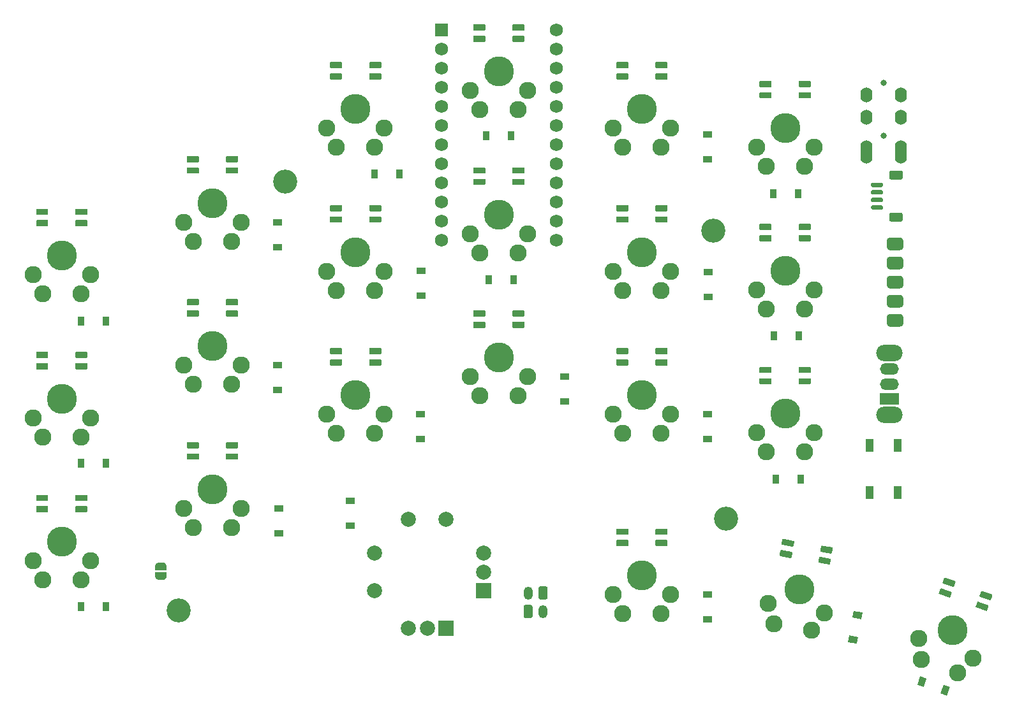
<source format=gbr>
%TF.GenerationSoftware,KiCad,Pcbnew,(5.1.10)-1*%
%TF.CreationDate,2021-12-15T17:12:06-08:00*%
%TF.ProjectId,luakeeb,6c75616b-6565-4622-9e6b-696361645f70,rev?*%
%TF.SameCoordinates,Original*%
%TF.FileFunction,Soldermask,Top*%
%TF.FilePolarity,Negative*%
%FSLAX46Y46*%
G04 Gerber Fmt 4.6, Leading zero omitted, Abs format (unit mm)*
G04 Created by KiCad (PCBNEW (5.1.10)-1) date 2021-12-15 17:12:06*
%MOMM*%
%LPD*%
G01*
G04 APERTURE LIST*
%ADD10O,3.500000X2.200000*%
%ADD11O,2.500000X1.500000*%
%ADD12R,2.500000X1.500000*%
%ADD13O,1.200000X1.750000*%
%ADD14C,2.286000*%
%ADD15C,3.987800*%
%ADD16R,2.000000X2.000000*%
%ADD17C,2.000000*%
%ADD18C,0.100000*%
%ADD19R,0.900000X1.200000*%
%ADD20C,3.200000*%
%ADD21R,1.200000X0.900000*%
%ADD22O,1.600000X2.000000*%
%ADD23C,0.800000*%
%ADD24R,1.752600X1.752600*%
%ADD25C,1.752600*%
%ADD26R,1.100000X1.800000*%
G04 APERTURE END LIST*
D10*
%TO.C,SW17*%
X150852593Y-77958404D03*
X150852593Y-86158404D03*
D11*
X150852593Y-80058404D03*
X150852593Y-82058404D03*
D12*
X150852593Y-84058404D03*
%TD*%
D13*
%TO.C,J5*%
X104882593Y-112298404D03*
G36*
G01*
X102282593Y-112923405D02*
X102282593Y-111673403D01*
G75*
G02*
X102532592Y-111423404I249999J0D01*
G01*
X103232594Y-111423404D01*
G75*
G02*
X103482593Y-111673403I0J-249999D01*
G01*
X103482593Y-112923405D01*
G75*
G02*
X103232594Y-113173404I-249999J0D01*
G01*
X102532592Y-113173404D01*
G75*
G02*
X102282593Y-112923405I0J249999D01*
G01*
G37*
%TD*%
%TO.C,J4*%
X102872593Y-109818404D03*
G36*
G01*
X105472593Y-109193403D02*
X105472593Y-110443405D01*
G75*
G02*
X105222594Y-110693404I-249999J0D01*
G01*
X104522592Y-110693404D01*
G75*
G02*
X104272593Y-110443405I0J249999D01*
G01*
X104272593Y-109193403D01*
G75*
G02*
X104522592Y-108943404I249999J0D01*
G01*
X105222594Y-108943404D01*
G75*
G02*
X105472593Y-109193403I0J-249999D01*
G01*
G37*
%TD*%
%TO.C,J3*%
G36*
G01*
X151062592Y-59298404D02*
X152362594Y-59298404D01*
G75*
G02*
X152612593Y-59548403I0J-249999D01*
G01*
X152612593Y-60248405D01*
G75*
G02*
X152362594Y-60498404I-249999J0D01*
G01*
X151062592Y-60498404D01*
G75*
G02*
X150812593Y-60248405I0J249999D01*
G01*
X150812593Y-59548403D01*
G75*
G02*
X151062592Y-59298404I249999J0D01*
G01*
G37*
G36*
G01*
X151062592Y-53698404D02*
X152362594Y-53698404D01*
G75*
G02*
X152612593Y-53948403I0J-249999D01*
G01*
X152612593Y-54648405D01*
G75*
G02*
X152362594Y-54898404I-249999J0D01*
G01*
X151062592Y-54898404D01*
G75*
G02*
X150812593Y-54648405I0J249999D01*
G01*
X150812593Y-53948403D01*
G75*
G02*
X151062592Y-53698404I249999J0D01*
G01*
G37*
G36*
G01*
X148562593Y-58298404D02*
X149812593Y-58298404D01*
G75*
G02*
X149962593Y-58448404I0J-150000D01*
G01*
X149962593Y-58748404D01*
G75*
G02*
X149812593Y-58898404I-150000J0D01*
G01*
X148562593Y-58898404D01*
G75*
G02*
X148412593Y-58748404I0J150000D01*
G01*
X148412593Y-58448404D01*
G75*
G02*
X148562593Y-58298404I150000J0D01*
G01*
G37*
G36*
G01*
X148562593Y-57298404D02*
X149812593Y-57298404D01*
G75*
G02*
X149962593Y-57448404I0J-150000D01*
G01*
X149962593Y-57748404D01*
G75*
G02*
X149812593Y-57898404I-150000J0D01*
G01*
X148562593Y-57898404D01*
G75*
G02*
X148412593Y-57748404I0J150000D01*
G01*
X148412593Y-57448404D01*
G75*
G02*
X148562593Y-57298404I150000J0D01*
G01*
G37*
G36*
G01*
X148562593Y-56298404D02*
X149812593Y-56298404D01*
G75*
G02*
X149962593Y-56448404I0J-150000D01*
G01*
X149962593Y-56748404D01*
G75*
G02*
X149812593Y-56898404I-150000J0D01*
G01*
X148562593Y-56898404D01*
G75*
G02*
X148412593Y-56748404I0J150000D01*
G01*
X148412593Y-56448404D01*
G75*
G02*
X148562593Y-56298404I150000J0D01*
G01*
G37*
G36*
G01*
X148562593Y-55298404D02*
X149812593Y-55298404D01*
G75*
G02*
X149962593Y-55448404I0J-150000D01*
G01*
X149962593Y-55748404D01*
G75*
G02*
X149812593Y-55898404I-150000J0D01*
G01*
X148562593Y-55898404D01*
G75*
G02*
X148412593Y-55748404I0J150000D01*
G01*
X148412593Y-55448404D01*
G75*
G02*
X148562593Y-55298404I150000J0D01*
G01*
G37*
%TD*%
D14*
%TO.C,SW16*%
X44807588Y-105566485D03*
D15*
X40997588Y-103026485D03*
D14*
X38457588Y-108106485D03*
X43537588Y-108106485D03*
X37187588Y-105566485D03*
%TD*%
%TO.C,SW10*%
X44807589Y-86566486D03*
D15*
X40997589Y-84026486D03*
D14*
X38457589Y-89106486D03*
X43537589Y-89106486D03*
X37187589Y-86566486D03*
%TD*%
%TO.C,SW9*%
X44807589Y-67566487D03*
D15*
X40997589Y-65026487D03*
D14*
X38457589Y-70106487D03*
X43537589Y-70106487D03*
X37187589Y-67566487D03*
%TD*%
%TO.C,SW35*%
X161913614Y-118481872D03*
D15*
X159202116Y-114791956D03*
D14*
X155077834Y-118696863D03*
X159851473Y-120434326D03*
X154753156Y-115875679D03*
%TD*%
%TO.C,SW34*%
X142228725Y-112519768D03*
D15*
X138917674Y-109356757D03*
D14*
X135534130Y-113918514D03*
X140536953Y-114800647D03*
X134724490Y-111196569D03*
%TD*%
%TO.C,SW25*%
X140807585Y-88566487D03*
D15*
X136997585Y-86026487D03*
D14*
X134457585Y-91106487D03*
X139537585Y-91106487D03*
X133187585Y-88566487D03*
%TD*%
%TO.C,SW24*%
X121807586Y-86066487D03*
D15*
X117997586Y-83526487D03*
D14*
X115457586Y-88606487D03*
X120537586Y-88606487D03*
X114187586Y-86066487D03*
%TD*%
%TO.C,SW23*%
X102807586Y-81066487D03*
D15*
X98997586Y-78526487D03*
D14*
X96457586Y-83606487D03*
X101537586Y-83606487D03*
X95187586Y-81066487D03*
%TD*%
%TO.C,SW22*%
X83807587Y-86066486D03*
D15*
X79997587Y-83526486D03*
D14*
X77457587Y-88606486D03*
X82537587Y-88606486D03*
X76187587Y-86066486D03*
%TD*%
%TO.C,SW21*%
X64807588Y-98566485D03*
D15*
X60997588Y-96026485D03*
D14*
X58457588Y-101106485D03*
X63537588Y-101106485D03*
X57187588Y-98566485D03*
%TD*%
%TO.C,SW15*%
X140807585Y-69566488D03*
D15*
X136997585Y-67026488D03*
D14*
X134457585Y-72106488D03*
X139537585Y-72106488D03*
X133187585Y-69566488D03*
%TD*%
%TO.C,SW14*%
X121807586Y-67066487D03*
D15*
X117997586Y-64526487D03*
D14*
X115457586Y-69606487D03*
X120537586Y-69606487D03*
X114187586Y-67066487D03*
%TD*%
%TO.C,SW13*%
X102807587Y-62066487D03*
D15*
X98997587Y-59526487D03*
D14*
X96457587Y-64606487D03*
X101537587Y-64606487D03*
X95187587Y-62066487D03*
%TD*%
%TO.C,SW12*%
X83807588Y-67066487D03*
D15*
X79997588Y-64526487D03*
D14*
X77457588Y-69606487D03*
X82537588Y-69606487D03*
X76187588Y-67066487D03*
%TD*%
%TO.C,SW11*%
X64807589Y-79566486D03*
D15*
X60997589Y-77026486D03*
D14*
X58457589Y-82106486D03*
X63537589Y-82106486D03*
X57187589Y-79566486D03*
%TD*%
%TO.C,SW6*%
X121807586Y-110066487D03*
D15*
X117997586Y-107526487D03*
D14*
X115457586Y-112606487D03*
X120537586Y-112606487D03*
X114187586Y-110066487D03*
%TD*%
%TO.C,SW5*%
X140807585Y-50566489D03*
D15*
X136997585Y-48026489D03*
D14*
X134457585Y-53106489D03*
X139537585Y-53106489D03*
X133187585Y-50566489D03*
%TD*%
%TO.C,SW4*%
X121807586Y-48066488D03*
D15*
X117997586Y-45526488D03*
D14*
X115457586Y-50606488D03*
X120537586Y-50606488D03*
X114187586Y-48066488D03*
%TD*%
%TO.C,SW3*%
X102807587Y-43066488D03*
D15*
X98997587Y-40526488D03*
D14*
X96457587Y-45606488D03*
X101537587Y-45606488D03*
X95187587Y-43066488D03*
%TD*%
%TO.C,SW2*%
X83807588Y-48066488D03*
D15*
X79997588Y-45526488D03*
D14*
X77457588Y-50606488D03*
X82537588Y-50606488D03*
X76187588Y-48066488D03*
%TD*%
%TO.C,SW1*%
X64807589Y-60566487D03*
D15*
X60997589Y-58026487D03*
D14*
X58457589Y-63106487D03*
X63537589Y-63106487D03*
X57187589Y-60566487D03*
%TD*%
D16*
%TO.C,SW42*%
X97011926Y-109529268D03*
D17*
X97011926Y-107029268D03*
X97011926Y-104529268D03*
X82511926Y-109529268D03*
X82511926Y-104529268D03*
%TD*%
D18*
%TO.C,JP2*%
G36*
X53396495Y-106273904D02*
G01*
X53396495Y-106249370D01*
X53401305Y-106200539D01*
X53410877Y-106152414D01*
X53425121Y-106105459D01*
X53443898Y-106060126D01*
X53467029Y-106016853D01*
X53494289Y-105976054D01*
X53525417Y-105938125D01*
X53560114Y-105903428D01*
X53598043Y-105872300D01*
X53638842Y-105845040D01*
X53682115Y-105821909D01*
X53727448Y-105803132D01*
X53774403Y-105788888D01*
X53822528Y-105779316D01*
X53871359Y-105774506D01*
X53895893Y-105774506D01*
X53895893Y-105773904D01*
X54395893Y-105773904D01*
X54395893Y-105774506D01*
X54420427Y-105774506D01*
X54469258Y-105779316D01*
X54517383Y-105788888D01*
X54564338Y-105803132D01*
X54609671Y-105821909D01*
X54652944Y-105845040D01*
X54693743Y-105872300D01*
X54731672Y-105903428D01*
X54766369Y-105938125D01*
X54797497Y-105976054D01*
X54824757Y-106016853D01*
X54847888Y-106060126D01*
X54866665Y-106105459D01*
X54880909Y-106152414D01*
X54890481Y-106200539D01*
X54895291Y-106249370D01*
X54895291Y-106273904D01*
X54895893Y-106273904D01*
X54895893Y-106773904D01*
X53395893Y-106773904D01*
X53395893Y-106273904D01*
X53396495Y-106273904D01*
G37*
G36*
X54895893Y-107073904D02*
G01*
X54895893Y-107573904D01*
X54895291Y-107573904D01*
X54895291Y-107598438D01*
X54890481Y-107647269D01*
X54880909Y-107695394D01*
X54866665Y-107742349D01*
X54847888Y-107787682D01*
X54824757Y-107830955D01*
X54797497Y-107871754D01*
X54766369Y-107909683D01*
X54731672Y-107944380D01*
X54693743Y-107975508D01*
X54652944Y-108002768D01*
X54609671Y-108025899D01*
X54564338Y-108044676D01*
X54517383Y-108058920D01*
X54469258Y-108068492D01*
X54420427Y-108073302D01*
X54395893Y-108073302D01*
X54395893Y-108073904D01*
X53895893Y-108073904D01*
X53895893Y-108073302D01*
X53871359Y-108073302D01*
X53822528Y-108068492D01*
X53774403Y-108058920D01*
X53727448Y-108044676D01*
X53682115Y-108025899D01*
X53638842Y-108002768D01*
X53598043Y-107975508D01*
X53560114Y-107944380D01*
X53525417Y-107909683D01*
X53494289Y-107871754D01*
X53467029Y-107830955D01*
X53443898Y-107787682D01*
X53425121Y-107742349D01*
X53410877Y-107695394D01*
X53401305Y-107647269D01*
X53396495Y-107598438D01*
X53396495Y-107573904D01*
X53395893Y-107573904D01*
X53395893Y-107073904D01*
X54895893Y-107073904D01*
G37*
%TD*%
D19*
%TO.C,D85*%
X43542393Y-111673704D03*
X46842393Y-111673704D03*
%TD*%
%TO.C,D84*%
X46842393Y-92572904D03*
X43542393Y-92572904D03*
%TD*%
%TO.C,D80*%
X43580493Y-73700704D03*
X46880493Y-73700704D03*
%TD*%
%TO.C,D78*%
G36*
G01*
X44315589Y-59606488D02*
X42879589Y-59606488D01*
G75*
G02*
X42797589Y-59524488I0J82000D01*
G01*
X42797589Y-58868488D01*
G75*
G02*
X42879589Y-58786488I82000J0D01*
G01*
X44315589Y-58786488D01*
G75*
G02*
X44397589Y-58868488I0J-82000D01*
G01*
X44397589Y-59524488D01*
G75*
G02*
X44315589Y-59606488I-82000J0D01*
G01*
G37*
G36*
G01*
X44315589Y-61106488D02*
X42879589Y-61106488D01*
G75*
G02*
X42797589Y-61024488I0J82000D01*
G01*
X42797589Y-60368488D01*
G75*
G02*
X42879589Y-60286488I82000J0D01*
G01*
X44315589Y-60286488D01*
G75*
G02*
X44397589Y-60368488I0J-82000D01*
G01*
X44397589Y-61024488D01*
G75*
G02*
X44315589Y-61106488I-82000J0D01*
G01*
G37*
G36*
G01*
X39115589Y-59606488D02*
X37679589Y-59606488D01*
G75*
G02*
X37597589Y-59524488I0J82000D01*
G01*
X37597589Y-58868488D01*
G75*
G02*
X37679589Y-58786488I82000J0D01*
G01*
X39115589Y-58786488D01*
G75*
G02*
X39197589Y-58868488I0J-82000D01*
G01*
X39197589Y-59524488D01*
G75*
G02*
X39115589Y-59606488I-82000J0D01*
G01*
G37*
G36*
G01*
X39115589Y-61106488D02*
X37679589Y-61106488D01*
G75*
G02*
X37597589Y-61024488I0J82000D01*
G01*
X37597589Y-60368488D01*
G75*
G02*
X37679589Y-60286488I82000J0D01*
G01*
X39115589Y-60286488D01*
G75*
G02*
X39197589Y-60368488I0J-82000D01*
G01*
X39197589Y-61024488D01*
G75*
G02*
X39115589Y-61106488I-82000J0D01*
G01*
G37*
%TD*%
%TO.C,D76*%
G36*
G01*
X44315589Y-78606487D02*
X42879589Y-78606487D01*
G75*
G02*
X42797589Y-78524487I0J82000D01*
G01*
X42797589Y-77868487D01*
G75*
G02*
X42879589Y-77786487I82000J0D01*
G01*
X44315589Y-77786487D01*
G75*
G02*
X44397589Y-77868487I0J-82000D01*
G01*
X44397589Y-78524487D01*
G75*
G02*
X44315589Y-78606487I-82000J0D01*
G01*
G37*
G36*
G01*
X44315589Y-80106487D02*
X42879589Y-80106487D01*
G75*
G02*
X42797589Y-80024487I0J82000D01*
G01*
X42797589Y-79368487D01*
G75*
G02*
X42879589Y-79286487I82000J0D01*
G01*
X44315589Y-79286487D01*
G75*
G02*
X44397589Y-79368487I0J-82000D01*
G01*
X44397589Y-80024487D01*
G75*
G02*
X44315589Y-80106487I-82000J0D01*
G01*
G37*
G36*
G01*
X39115589Y-78606487D02*
X37679589Y-78606487D01*
G75*
G02*
X37597589Y-78524487I0J82000D01*
G01*
X37597589Y-77868487D01*
G75*
G02*
X37679589Y-77786487I82000J0D01*
G01*
X39115589Y-77786487D01*
G75*
G02*
X39197589Y-77868487I0J-82000D01*
G01*
X39197589Y-78524487D01*
G75*
G02*
X39115589Y-78606487I-82000J0D01*
G01*
G37*
G36*
G01*
X39115589Y-80106487D02*
X37679589Y-80106487D01*
G75*
G02*
X37597589Y-80024487I0J82000D01*
G01*
X37597589Y-79368487D01*
G75*
G02*
X37679589Y-79286487I82000J0D01*
G01*
X39115589Y-79286487D01*
G75*
G02*
X39197589Y-79368487I0J-82000D01*
G01*
X39197589Y-80024487D01*
G75*
G02*
X39115589Y-80106487I-82000J0D01*
G01*
G37*
%TD*%
%TO.C,D74*%
G36*
G01*
X44315588Y-97606486D02*
X42879588Y-97606486D01*
G75*
G02*
X42797588Y-97524486I0J82000D01*
G01*
X42797588Y-96868486D01*
G75*
G02*
X42879588Y-96786486I82000J0D01*
G01*
X44315588Y-96786486D01*
G75*
G02*
X44397588Y-96868486I0J-82000D01*
G01*
X44397588Y-97524486D01*
G75*
G02*
X44315588Y-97606486I-82000J0D01*
G01*
G37*
G36*
G01*
X44315588Y-99106486D02*
X42879588Y-99106486D01*
G75*
G02*
X42797588Y-99024486I0J82000D01*
G01*
X42797588Y-98368486D01*
G75*
G02*
X42879588Y-98286486I82000J0D01*
G01*
X44315588Y-98286486D01*
G75*
G02*
X44397588Y-98368486I0J-82000D01*
G01*
X44397588Y-99024486D01*
G75*
G02*
X44315588Y-99106486I-82000J0D01*
G01*
G37*
G36*
G01*
X39115588Y-97606486D02*
X37679588Y-97606486D01*
G75*
G02*
X37597588Y-97524486I0J82000D01*
G01*
X37597588Y-96868486D01*
G75*
G02*
X37679588Y-96786486I82000J0D01*
G01*
X39115588Y-96786486D01*
G75*
G02*
X39197588Y-96868486I0J-82000D01*
G01*
X39197588Y-97524486D01*
G75*
G02*
X39115588Y-97606486I-82000J0D01*
G01*
G37*
G36*
G01*
X39115588Y-99106486D02*
X37679588Y-99106486D01*
G75*
G02*
X37597588Y-99024486I0J82000D01*
G01*
X37597588Y-98368486D01*
G75*
G02*
X37679588Y-98286486I82000J0D01*
G01*
X39115588Y-98286486D01*
G75*
G02*
X39197588Y-98368486I0J-82000D01*
G01*
X39197588Y-99024486D01*
G75*
G02*
X39115588Y-99106486I-82000J0D01*
G01*
G37*
%TD*%
D20*
%TO.C,*%
X56477588Y-112136485D03*
%TD*%
%TO.C,*%
X70637589Y-55176487D03*
%TD*%
%TO.C,*%
X127487585Y-61716488D03*
%TD*%
%TO.C,*%
X129187674Y-99986757D03*
%TD*%
D16*
%TO.C,SW7*%
X92011926Y-114529268D03*
D17*
X89511926Y-114529268D03*
X87011926Y-114529268D03*
X92011926Y-100029268D03*
X87011926Y-100029268D03*
%TD*%
%TO.C,D73*%
G36*
G01*
X164173765Y-110833646D02*
X162824366Y-110342505D01*
G75*
G02*
X162775357Y-110237404I28046J77055D01*
G01*
X162999722Y-109620965D01*
G75*
G02*
X163104823Y-109571956I77055J-28046D01*
G01*
X164454222Y-110063097D01*
G75*
G02*
X164503231Y-110168198I-28046J-77055D01*
G01*
X164278866Y-110784637D01*
G75*
G02*
X164173765Y-110833646I-77055J28046D01*
G01*
G37*
G36*
G01*
X163660735Y-112243185D02*
X162311336Y-111752044D01*
G75*
G02*
X162262327Y-111646943I28046J77055D01*
G01*
X162486692Y-111030504D01*
G75*
G02*
X162591793Y-110981495I77055J-28046D01*
G01*
X163941192Y-111472636D01*
G75*
G02*
X163990201Y-111577737I-28046J-77055D01*
G01*
X163765836Y-112194176D01*
G75*
G02*
X163660735Y-112243185I-77055J28046D01*
G01*
G37*
G36*
G01*
X159287363Y-109055142D02*
X157937964Y-108564001D01*
G75*
G02*
X157888955Y-108458900I28046J77055D01*
G01*
X158113320Y-107842461D01*
G75*
G02*
X158218421Y-107793452I77055J-28046D01*
G01*
X159567820Y-108284593D01*
G75*
G02*
X159616829Y-108389694I-28046J-77055D01*
G01*
X159392464Y-109006133D01*
G75*
G02*
X159287363Y-109055142I-77055J28046D01*
G01*
G37*
G36*
G01*
X158774333Y-110464681D02*
X157424934Y-109973540D01*
G75*
G02*
X157375925Y-109868439I28046J77055D01*
G01*
X157600290Y-109252000D01*
G75*
G02*
X157705391Y-109202991I77055J-28046D01*
G01*
X159054790Y-109694132D01*
G75*
G02*
X159103799Y-109799233I-28046J-77055D01*
G01*
X158879434Y-110415672D01*
G75*
G02*
X158774333Y-110464681I-77055J28046D01*
G01*
G37*
%TD*%
%TO.C,D72*%
G36*
G01*
X102315586Y-73106488D02*
X100879586Y-73106488D01*
G75*
G02*
X100797586Y-73024488I0J82000D01*
G01*
X100797586Y-72368488D01*
G75*
G02*
X100879586Y-72286488I82000J0D01*
G01*
X102315586Y-72286488D01*
G75*
G02*
X102397586Y-72368488I0J-82000D01*
G01*
X102397586Y-73024488D01*
G75*
G02*
X102315586Y-73106488I-82000J0D01*
G01*
G37*
G36*
G01*
X102315586Y-74606488D02*
X100879586Y-74606488D01*
G75*
G02*
X100797586Y-74524488I0J82000D01*
G01*
X100797586Y-73868488D01*
G75*
G02*
X100879586Y-73786488I82000J0D01*
G01*
X102315586Y-73786488D01*
G75*
G02*
X102397586Y-73868488I0J-82000D01*
G01*
X102397586Y-74524488D01*
G75*
G02*
X102315586Y-74606488I-82000J0D01*
G01*
G37*
G36*
G01*
X97115586Y-73106488D02*
X95679586Y-73106488D01*
G75*
G02*
X95597586Y-73024488I0J82000D01*
G01*
X95597586Y-72368488D01*
G75*
G02*
X95679586Y-72286488I82000J0D01*
G01*
X97115586Y-72286488D01*
G75*
G02*
X97197586Y-72368488I0J-82000D01*
G01*
X97197586Y-73024488D01*
G75*
G02*
X97115586Y-73106488I-82000J0D01*
G01*
G37*
G36*
G01*
X97115586Y-74606488D02*
X95679586Y-74606488D01*
G75*
G02*
X95597586Y-74524488I0J82000D01*
G01*
X95597586Y-73868488D01*
G75*
G02*
X95679586Y-73786488I82000J0D01*
G01*
X97115586Y-73786488D01*
G75*
G02*
X97197586Y-73868488I0J-82000D01*
G01*
X97197586Y-74524488D01*
G75*
G02*
X97115586Y-74606488I-82000J0D01*
G01*
G37*
%TD*%
%TO.C,D71*%
G36*
G01*
X143126439Y-104595264D02*
X141712255Y-104345906D01*
G75*
G02*
X141645740Y-104250913I14239J80754D01*
G01*
X141759654Y-103604879D01*
G75*
G02*
X141854647Y-103538364I80754J-14239D01*
G01*
X143268831Y-103787722D01*
G75*
G02*
X143335346Y-103882715I-14239J-80754D01*
G01*
X143221432Y-104528749D01*
G75*
G02*
X143126439Y-104595264I-80754J14239D01*
G01*
G37*
G36*
G01*
X142865967Y-106072476D02*
X141451783Y-105823118D01*
G75*
G02*
X141385268Y-105728125I14239J80754D01*
G01*
X141499182Y-105082091D01*
G75*
G02*
X141594175Y-105015576I80754J-14239D01*
G01*
X143008359Y-105264934D01*
G75*
G02*
X143074874Y-105359927I-14239J-80754D01*
G01*
X142960960Y-106005961D01*
G75*
G02*
X142865967Y-106072476I-80754J14239D01*
G01*
G37*
G36*
G01*
X138005439Y-103692294D02*
X136591255Y-103442936D01*
G75*
G02*
X136524740Y-103347943I14239J80754D01*
G01*
X136638654Y-102701909D01*
G75*
G02*
X136733647Y-102635394I80754J-14239D01*
G01*
X138147831Y-102884752D01*
G75*
G02*
X138214346Y-102979745I-14239J-80754D01*
G01*
X138100432Y-103625779D01*
G75*
G02*
X138005439Y-103692294I-80754J14239D01*
G01*
G37*
G36*
G01*
X137744966Y-105169505D02*
X136330782Y-104920147D01*
G75*
G02*
X136264267Y-104825154I14239J80754D01*
G01*
X136378181Y-104179120D01*
G75*
G02*
X136473174Y-104112605I80754J-14239D01*
G01*
X137887358Y-104361963D01*
G75*
G02*
X137953873Y-104456956I-14239J-80754D01*
G01*
X137839959Y-105102990D01*
G75*
G02*
X137744966Y-105169505I-80754J14239D01*
G01*
G37*
%TD*%
%TO.C,D70*%
G36*
G01*
X102315587Y-54106488D02*
X100879587Y-54106488D01*
G75*
G02*
X100797587Y-54024488I0J82000D01*
G01*
X100797587Y-53368488D01*
G75*
G02*
X100879587Y-53286488I82000J0D01*
G01*
X102315587Y-53286488D01*
G75*
G02*
X102397587Y-53368488I0J-82000D01*
G01*
X102397587Y-54024488D01*
G75*
G02*
X102315587Y-54106488I-82000J0D01*
G01*
G37*
G36*
G01*
X102315587Y-55606488D02*
X100879587Y-55606488D01*
G75*
G02*
X100797587Y-55524488I0J82000D01*
G01*
X100797587Y-54868488D01*
G75*
G02*
X100879587Y-54786488I82000J0D01*
G01*
X102315587Y-54786488D01*
G75*
G02*
X102397587Y-54868488I0J-82000D01*
G01*
X102397587Y-55524488D01*
G75*
G02*
X102315587Y-55606488I-82000J0D01*
G01*
G37*
G36*
G01*
X97115587Y-54106488D02*
X95679587Y-54106488D01*
G75*
G02*
X95597587Y-54024488I0J82000D01*
G01*
X95597587Y-53368488D01*
G75*
G02*
X95679587Y-53286488I82000J0D01*
G01*
X97115587Y-53286488D01*
G75*
G02*
X97197587Y-53368488I0J-82000D01*
G01*
X97197587Y-54024488D01*
G75*
G02*
X97115587Y-54106488I-82000J0D01*
G01*
G37*
G36*
G01*
X97115587Y-55606488D02*
X95679587Y-55606488D01*
G75*
G02*
X95597587Y-55524488I0J82000D01*
G01*
X95597587Y-54868488D01*
G75*
G02*
X95679587Y-54786488I82000J0D01*
G01*
X97115587Y-54786488D01*
G75*
G02*
X97197587Y-54868488I0J-82000D01*
G01*
X97197587Y-55524488D01*
G75*
G02*
X97115587Y-55606488I-82000J0D01*
G01*
G37*
%TD*%
%TO.C,D69*%
G36*
G01*
X102315587Y-35106489D02*
X100879587Y-35106489D01*
G75*
G02*
X100797587Y-35024489I0J82000D01*
G01*
X100797587Y-34368489D01*
G75*
G02*
X100879587Y-34286489I82000J0D01*
G01*
X102315587Y-34286489D01*
G75*
G02*
X102397587Y-34368489I0J-82000D01*
G01*
X102397587Y-35024489D01*
G75*
G02*
X102315587Y-35106489I-82000J0D01*
G01*
G37*
G36*
G01*
X102315587Y-36606489D02*
X100879587Y-36606489D01*
G75*
G02*
X100797587Y-36524489I0J82000D01*
G01*
X100797587Y-35868489D01*
G75*
G02*
X100879587Y-35786489I82000J0D01*
G01*
X102315587Y-35786489D01*
G75*
G02*
X102397587Y-35868489I0J-82000D01*
G01*
X102397587Y-36524489D01*
G75*
G02*
X102315587Y-36606489I-82000J0D01*
G01*
G37*
G36*
G01*
X97115587Y-35106489D02*
X95679587Y-35106489D01*
G75*
G02*
X95597587Y-35024489I0J82000D01*
G01*
X95597587Y-34368489D01*
G75*
G02*
X95679587Y-34286489I82000J0D01*
G01*
X97115587Y-34286489D01*
G75*
G02*
X97197587Y-34368489I0J-82000D01*
G01*
X97197587Y-35024489D01*
G75*
G02*
X97115587Y-35106489I-82000J0D01*
G01*
G37*
G36*
G01*
X97115587Y-36606489D02*
X95679587Y-36606489D01*
G75*
G02*
X95597587Y-36524489I0J82000D01*
G01*
X95597587Y-35868489D01*
G75*
G02*
X95679587Y-35786489I82000J0D01*
G01*
X97115587Y-35786489D01*
G75*
G02*
X97197587Y-35868489I0J-82000D01*
G01*
X97197587Y-36524489D01*
G75*
G02*
X97115587Y-36606489I-82000J0D01*
G01*
G37*
%TD*%
%TO.C,D68*%
G36*
G01*
X121315586Y-102106488D02*
X119879586Y-102106488D01*
G75*
G02*
X119797586Y-102024488I0J82000D01*
G01*
X119797586Y-101368488D01*
G75*
G02*
X119879586Y-101286488I82000J0D01*
G01*
X121315586Y-101286488D01*
G75*
G02*
X121397586Y-101368488I0J-82000D01*
G01*
X121397586Y-102024488D01*
G75*
G02*
X121315586Y-102106488I-82000J0D01*
G01*
G37*
G36*
G01*
X121315586Y-103606488D02*
X119879586Y-103606488D01*
G75*
G02*
X119797586Y-103524488I0J82000D01*
G01*
X119797586Y-102868488D01*
G75*
G02*
X119879586Y-102786488I82000J0D01*
G01*
X121315586Y-102786488D01*
G75*
G02*
X121397586Y-102868488I0J-82000D01*
G01*
X121397586Y-103524488D01*
G75*
G02*
X121315586Y-103606488I-82000J0D01*
G01*
G37*
G36*
G01*
X116115586Y-102106488D02*
X114679586Y-102106488D01*
G75*
G02*
X114597586Y-102024488I0J82000D01*
G01*
X114597586Y-101368488D01*
G75*
G02*
X114679586Y-101286488I82000J0D01*
G01*
X116115586Y-101286488D01*
G75*
G02*
X116197586Y-101368488I0J-82000D01*
G01*
X116197586Y-102024488D01*
G75*
G02*
X116115586Y-102106488I-82000J0D01*
G01*
G37*
G36*
G01*
X116115586Y-103606488D02*
X114679586Y-103606488D01*
G75*
G02*
X114597586Y-103524488I0J82000D01*
G01*
X114597586Y-102868488D01*
G75*
G02*
X114679586Y-102786488I82000J0D01*
G01*
X116115586Y-102786488D01*
G75*
G02*
X116197586Y-102868488I0J-82000D01*
G01*
X116197586Y-103524488D01*
G75*
G02*
X116115586Y-103606488I-82000J0D01*
G01*
G37*
%TD*%
%TO.C,D67*%
G36*
G01*
X83315588Y-40106489D02*
X81879588Y-40106489D01*
G75*
G02*
X81797588Y-40024489I0J82000D01*
G01*
X81797588Y-39368489D01*
G75*
G02*
X81879588Y-39286489I82000J0D01*
G01*
X83315588Y-39286489D01*
G75*
G02*
X83397588Y-39368489I0J-82000D01*
G01*
X83397588Y-40024489D01*
G75*
G02*
X83315588Y-40106489I-82000J0D01*
G01*
G37*
G36*
G01*
X83315588Y-41606489D02*
X81879588Y-41606489D01*
G75*
G02*
X81797588Y-41524489I0J82000D01*
G01*
X81797588Y-40868489D01*
G75*
G02*
X81879588Y-40786489I82000J0D01*
G01*
X83315588Y-40786489D01*
G75*
G02*
X83397588Y-40868489I0J-82000D01*
G01*
X83397588Y-41524489D01*
G75*
G02*
X83315588Y-41606489I-82000J0D01*
G01*
G37*
G36*
G01*
X78115588Y-40106489D02*
X76679588Y-40106489D01*
G75*
G02*
X76597588Y-40024489I0J82000D01*
G01*
X76597588Y-39368489D01*
G75*
G02*
X76679588Y-39286489I82000J0D01*
G01*
X78115588Y-39286489D01*
G75*
G02*
X78197588Y-39368489I0J-82000D01*
G01*
X78197588Y-40024489D01*
G75*
G02*
X78115588Y-40106489I-82000J0D01*
G01*
G37*
G36*
G01*
X78115588Y-41606489D02*
X76679588Y-41606489D01*
G75*
G02*
X76597588Y-41524489I0J82000D01*
G01*
X76597588Y-40868489D01*
G75*
G02*
X76679588Y-40786489I82000J0D01*
G01*
X78115588Y-40786489D01*
G75*
G02*
X78197588Y-40868489I0J-82000D01*
G01*
X78197588Y-41524489D01*
G75*
G02*
X78115588Y-41606489I-82000J0D01*
G01*
G37*
%TD*%
%TO.C,D66*%
G36*
G01*
X140315585Y-80606488D02*
X138879585Y-80606488D01*
G75*
G02*
X138797585Y-80524488I0J82000D01*
G01*
X138797585Y-79868488D01*
G75*
G02*
X138879585Y-79786488I82000J0D01*
G01*
X140315585Y-79786488D01*
G75*
G02*
X140397585Y-79868488I0J-82000D01*
G01*
X140397585Y-80524488D01*
G75*
G02*
X140315585Y-80606488I-82000J0D01*
G01*
G37*
G36*
G01*
X140315585Y-82106488D02*
X138879585Y-82106488D01*
G75*
G02*
X138797585Y-82024488I0J82000D01*
G01*
X138797585Y-81368488D01*
G75*
G02*
X138879585Y-81286488I82000J0D01*
G01*
X140315585Y-81286488D01*
G75*
G02*
X140397585Y-81368488I0J-82000D01*
G01*
X140397585Y-82024488D01*
G75*
G02*
X140315585Y-82106488I-82000J0D01*
G01*
G37*
G36*
G01*
X135115585Y-80606488D02*
X133679585Y-80606488D01*
G75*
G02*
X133597585Y-80524488I0J82000D01*
G01*
X133597585Y-79868488D01*
G75*
G02*
X133679585Y-79786488I82000J0D01*
G01*
X135115585Y-79786488D01*
G75*
G02*
X135197585Y-79868488I0J-82000D01*
G01*
X135197585Y-80524488D01*
G75*
G02*
X135115585Y-80606488I-82000J0D01*
G01*
G37*
G36*
G01*
X135115585Y-82106488D02*
X133679585Y-82106488D01*
G75*
G02*
X133597585Y-82024488I0J82000D01*
G01*
X133597585Y-81368488D01*
G75*
G02*
X133679585Y-81286488I82000J0D01*
G01*
X135115585Y-81286488D01*
G75*
G02*
X135197585Y-81368488I0J-82000D01*
G01*
X135197585Y-82024488D01*
G75*
G02*
X135115585Y-82106488I-82000J0D01*
G01*
G37*
%TD*%
%TO.C,D65*%
G36*
G01*
X83315588Y-59106488D02*
X81879588Y-59106488D01*
G75*
G02*
X81797588Y-59024488I0J82000D01*
G01*
X81797588Y-58368488D01*
G75*
G02*
X81879588Y-58286488I82000J0D01*
G01*
X83315588Y-58286488D01*
G75*
G02*
X83397588Y-58368488I0J-82000D01*
G01*
X83397588Y-59024488D01*
G75*
G02*
X83315588Y-59106488I-82000J0D01*
G01*
G37*
G36*
G01*
X83315588Y-60606488D02*
X81879588Y-60606488D01*
G75*
G02*
X81797588Y-60524488I0J82000D01*
G01*
X81797588Y-59868488D01*
G75*
G02*
X81879588Y-59786488I82000J0D01*
G01*
X83315588Y-59786488D01*
G75*
G02*
X83397588Y-59868488I0J-82000D01*
G01*
X83397588Y-60524488D01*
G75*
G02*
X83315588Y-60606488I-82000J0D01*
G01*
G37*
G36*
G01*
X78115588Y-59106488D02*
X76679588Y-59106488D01*
G75*
G02*
X76597588Y-59024488I0J82000D01*
G01*
X76597588Y-58368488D01*
G75*
G02*
X76679588Y-58286488I82000J0D01*
G01*
X78115588Y-58286488D01*
G75*
G02*
X78197588Y-58368488I0J-82000D01*
G01*
X78197588Y-59024488D01*
G75*
G02*
X78115588Y-59106488I-82000J0D01*
G01*
G37*
G36*
G01*
X78115588Y-60606488D02*
X76679588Y-60606488D01*
G75*
G02*
X76597588Y-60524488I0J82000D01*
G01*
X76597588Y-59868488D01*
G75*
G02*
X76679588Y-59786488I82000J0D01*
G01*
X78115588Y-59786488D01*
G75*
G02*
X78197588Y-59868488I0J-82000D01*
G01*
X78197588Y-60524488D01*
G75*
G02*
X78115588Y-60606488I-82000J0D01*
G01*
G37*
%TD*%
%TO.C,D64*%
G36*
G01*
X140315585Y-61606489D02*
X138879585Y-61606489D01*
G75*
G02*
X138797585Y-61524489I0J82000D01*
G01*
X138797585Y-60868489D01*
G75*
G02*
X138879585Y-60786489I82000J0D01*
G01*
X140315585Y-60786489D01*
G75*
G02*
X140397585Y-60868489I0J-82000D01*
G01*
X140397585Y-61524489D01*
G75*
G02*
X140315585Y-61606489I-82000J0D01*
G01*
G37*
G36*
G01*
X140315585Y-63106489D02*
X138879585Y-63106489D01*
G75*
G02*
X138797585Y-63024489I0J82000D01*
G01*
X138797585Y-62368489D01*
G75*
G02*
X138879585Y-62286489I82000J0D01*
G01*
X140315585Y-62286489D01*
G75*
G02*
X140397585Y-62368489I0J-82000D01*
G01*
X140397585Y-63024489D01*
G75*
G02*
X140315585Y-63106489I-82000J0D01*
G01*
G37*
G36*
G01*
X135115585Y-61606489D02*
X133679585Y-61606489D01*
G75*
G02*
X133597585Y-61524489I0J82000D01*
G01*
X133597585Y-60868489D01*
G75*
G02*
X133679585Y-60786489I82000J0D01*
G01*
X135115585Y-60786489D01*
G75*
G02*
X135197585Y-60868489I0J-82000D01*
G01*
X135197585Y-61524489D01*
G75*
G02*
X135115585Y-61606489I-82000J0D01*
G01*
G37*
G36*
G01*
X135115585Y-63106489D02*
X133679585Y-63106489D01*
G75*
G02*
X133597585Y-63024489I0J82000D01*
G01*
X133597585Y-62368489D01*
G75*
G02*
X133679585Y-62286489I82000J0D01*
G01*
X135115585Y-62286489D01*
G75*
G02*
X135197585Y-62368489I0J-82000D01*
G01*
X135197585Y-63024489D01*
G75*
G02*
X135115585Y-63106489I-82000J0D01*
G01*
G37*
%TD*%
%TO.C,D63*%
G36*
G01*
X83315587Y-78106487D02*
X81879587Y-78106487D01*
G75*
G02*
X81797587Y-78024487I0J82000D01*
G01*
X81797587Y-77368487D01*
G75*
G02*
X81879587Y-77286487I82000J0D01*
G01*
X83315587Y-77286487D01*
G75*
G02*
X83397587Y-77368487I0J-82000D01*
G01*
X83397587Y-78024487D01*
G75*
G02*
X83315587Y-78106487I-82000J0D01*
G01*
G37*
G36*
G01*
X83315587Y-79606487D02*
X81879587Y-79606487D01*
G75*
G02*
X81797587Y-79524487I0J82000D01*
G01*
X81797587Y-78868487D01*
G75*
G02*
X81879587Y-78786487I82000J0D01*
G01*
X83315587Y-78786487D01*
G75*
G02*
X83397587Y-78868487I0J-82000D01*
G01*
X83397587Y-79524487D01*
G75*
G02*
X83315587Y-79606487I-82000J0D01*
G01*
G37*
G36*
G01*
X78115587Y-78106487D02*
X76679587Y-78106487D01*
G75*
G02*
X76597587Y-78024487I0J82000D01*
G01*
X76597587Y-77368487D01*
G75*
G02*
X76679587Y-77286487I82000J0D01*
G01*
X78115587Y-77286487D01*
G75*
G02*
X78197587Y-77368487I0J-82000D01*
G01*
X78197587Y-78024487D01*
G75*
G02*
X78115587Y-78106487I-82000J0D01*
G01*
G37*
G36*
G01*
X78115587Y-79606487D02*
X76679587Y-79606487D01*
G75*
G02*
X76597587Y-79524487I0J82000D01*
G01*
X76597587Y-78868487D01*
G75*
G02*
X76679587Y-78786487I82000J0D01*
G01*
X78115587Y-78786487D01*
G75*
G02*
X78197587Y-78868487I0J-82000D01*
G01*
X78197587Y-79524487D01*
G75*
G02*
X78115587Y-79606487I-82000J0D01*
G01*
G37*
%TD*%
%TO.C,D62*%
G36*
G01*
X140315585Y-42606490D02*
X138879585Y-42606490D01*
G75*
G02*
X138797585Y-42524490I0J82000D01*
G01*
X138797585Y-41868490D01*
G75*
G02*
X138879585Y-41786490I82000J0D01*
G01*
X140315585Y-41786490D01*
G75*
G02*
X140397585Y-41868490I0J-82000D01*
G01*
X140397585Y-42524490D01*
G75*
G02*
X140315585Y-42606490I-82000J0D01*
G01*
G37*
G36*
G01*
X140315585Y-44106490D02*
X138879585Y-44106490D01*
G75*
G02*
X138797585Y-44024490I0J82000D01*
G01*
X138797585Y-43368490D01*
G75*
G02*
X138879585Y-43286490I82000J0D01*
G01*
X140315585Y-43286490D01*
G75*
G02*
X140397585Y-43368490I0J-82000D01*
G01*
X140397585Y-44024490D01*
G75*
G02*
X140315585Y-44106490I-82000J0D01*
G01*
G37*
G36*
G01*
X135115585Y-42606490D02*
X133679585Y-42606490D01*
G75*
G02*
X133597585Y-42524490I0J82000D01*
G01*
X133597585Y-41868490D01*
G75*
G02*
X133679585Y-41786490I82000J0D01*
G01*
X135115585Y-41786490D01*
G75*
G02*
X135197585Y-41868490I0J-82000D01*
G01*
X135197585Y-42524490D01*
G75*
G02*
X135115585Y-42606490I-82000J0D01*
G01*
G37*
G36*
G01*
X135115585Y-44106490D02*
X133679585Y-44106490D01*
G75*
G02*
X133597585Y-44024490I0J82000D01*
G01*
X133597585Y-43368490D01*
G75*
G02*
X133679585Y-43286490I82000J0D01*
G01*
X135115585Y-43286490D01*
G75*
G02*
X135197585Y-43368490I0J-82000D01*
G01*
X135197585Y-44024490D01*
G75*
G02*
X135115585Y-44106490I-82000J0D01*
G01*
G37*
%TD*%
%TO.C,D61*%
G36*
G01*
X121315586Y-40106489D02*
X119879586Y-40106489D01*
G75*
G02*
X119797586Y-40024489I0J82000D01*
G01*
X119797586Y-39368489D01*
G75*
G02*
X119879586Y-39286489I82000J0D01*
G01*
X121315586Y-39286489D01*
G75*
G02*
X121397586Y-39368489I0J-82000D01*
G01*
X121397586Y-40024489D01*
G75*
G02*
X121315586Y-40106489I-82000J0D01*
G01*
G37*
G36*
G01*
X121315586Y-41606489D02*
X119879586Y-41606489D01*
G75*
G02*
X119797586Y-41524489I0J82000D01*
G01*
X119797586Y-40868489D01*
G75*
G02*
X119879586Y-40786489I82000J0D01*
G01*
X121315586Y-40786489D01*
G75*
G02*
X121397586Y-40868489I0J-82000D01*
G01*
X121397586Y-41524489D01*
G75*
G02*
X121315586Y-41606489I-82000J0D01*
G01*
G37*
G36*
G01*
X116115586Y-40106489D02*
X114679586Y-40106489D01*
G75*
G02*
X114597586Y-40024489I0J82000D01*
G01*
X114597586Y-39368489D01*
G75*
G02*
X114679586Y-39286489I82000J0D01*
G01*
X116115586Y-39286489D01*
G75*
G02*
X116197586Y-39368489I0J-82000D01*
G01*
X116197586Y-40024489D01*
G75*
G02*
X116115586Y-40106489I-82000J0D01*
G01*
G37*
G36*
G01*
X116115586Y-41606489D02*
X114679586Y-41606489D01*
G75*
G02*
X114597586Y-41524489I0J82000D01*
G01*
X114597586Y-40868489D01*
G75*
G02*
X114679586Y-40786489I82000J0D01*
G01*
X116115586Y-40786489D01*
G75*
G02*
X116197586Y-40868489I0J-82000D01*
G01*
X116197586Y-41524489D01*
G75*
G02*
X116115586Y-41606489I-82000J0D01*
G01*
G37*
%TD*%
%TO.C,D58*%
G36*
G01*
X64315588Y-90606486D02*
X62879588Y-90606486D01*
G75*
G02*
X62797588Y-90524486I0J82000D01*
G01*
X62797588Y-89868486D01*
G75*
G02*
X62879588Y-89786486I82000J0D01*
G01*
X64315588Y-89786486D01*
G75*
G02*
X64397588Y-89868486I0J-82000D01*
G01*
X64397588Y-90524486D01*
G75*
G02*
X64315588Y-90606486I-82000J0D01*
G01*
G37*
G36*
G01*
X64315588Y-92106486D02*
X62879588Y-92106486D01*
G75*
G02*
X62797588Y-92024486I0J82000D01*
G01*
X62797588Y-91368486D01*
G75*
G02*
X62879588Y-91286486I82000J0D01*
G01*
X64315588Y-91286486D01*
G75*
G02*
X64397588Y-91368486I0J-82000D01*
G01*
X64397588Y-92024486D01*
G75*
G02*
X64315588Y-92106486I-82000J0D01*
G01*
G37*
G36*
G01*
X59115588Y-90606486D02*
X57679588Y-90606486D01*
G75*
G02*
X57597588Y-90524486I0J82000D01*
G01*
X57597588Y-89868486D01*
G75*
G02*
X57679588Y-89786486I82000J0D01*
G01*
X59115588Y-89786486D01*
G75*
G02*
X59197588Y-89868486I0J-82000D01*
G01*
X59197588Y-90524486D01*
G75*
G02*
X59115588Y-90606486I-82000J0D01*
G01*
G37*
G36*
G01*
X59115588Y-92106486D02*
X57679588Y-92106486D01*
G75*
G02*
X57597588Y-92024486I0J82000D01*
G01*
X57597588Y-91368486D01*
G75*
G02*
X57679588Y-91286486I82000J0D01*
G01*
X59115588Y-91286486D01*
G75*
G02*
X59197588Y-91368486I0J-82000D01*
G01*
X59197588Y-92024486D01*
G75*
G02*
X59115588Y-92106486I-82000J0D01*
G01*
G37*
%TD*%
%TO.C,D44*%
G36*
G01*
X121315586Y-59106488D02*
X119879586Y-59106488D01*
G75*
G02*
X119797586Y-59024488I0J82000D01*
G01*
X119797586Y-58368488D01*
G75*
G02*
X119879586Y-58286488I82000J0D01*
G01*
X121315586Y-58286488D01*
G75*
G02*
X121397586Y-58368488I0J-82000D01*
G01*
X121397586Y-59024488D01*
G75*
G02*
X121315586Y-59106488I-82000J0D01*
G01*
G37*
G36*
G01*
X121315586Y-60606488D02*
X119879586Y-60606488D01*
G75*
G02*
X119797586Y-60524488I0J82000D01*
G01*
X119797586Y-59868488D01*
G75*
G02*
X119879586Y-59786488I82000J0D01*
G01*
X121315586Y-59786488D01*
G75*
G02*
X121397586Y-59868488I0J-82000D01*
G01*
X121397586Y-60524488D01*
G75*
G02*
X121315586Y-60606488I-82000J0D01*
G01*
G37*
G36*
G01*
X116115586Y-59106488D02*
X114679586Y-59106488D01*
G75*
G02*
X114597586Y-59024488I0J82000D01*
G01*
X114597586Y-58368488D01*
G75*
G02*
X114679586Y-58286488I82000J0D01*
G01*
X116115586Y-58286488D01*
G75*
G02*
X116197586Y-58368488I0J-82000D01*
G01*
X116197586Y-59024488D01*
G75*
G02*
X116115586Y-59106488I-82000J0D01*
G01*
G37*
G36*
G01*
X116115586Y-60606488D02*
X114679586Y-60606488D01*
G75*
G02*
X114597586Y-60524488I0J82000D01*
G01*
X114597586Y-59868488D01*
G75*
G02*
X114679586Y-59786488I82000J0D01*
G01*
X116115586Y-59786488D01*
G75*
G02*
X116197586Y-59868488I0J-82000D01*
G01*
X116197586Y-60524488D01*
G75*
G02*
X116115586Y-60606488I-82000J0D01*
G01*
G37*
%TD*%
%TO.C,D40*%
G36*
G01*
X64315589Y-71606487D02*
X62879589Y-71606487D01*
G75*
G02*
X62797589Y-71524487I0J82000D01*
G01*
X62797589Y-70868487D01*
G75*
G02*
X62879589Y-70786487I82000J0D01*
G01*
X64315589Y-70786487D01*
G75*
G02*
X64397589Y-70868487I0J-82000D01*
G01*
X64397589Y-71524487D01*
G75*
G02*
X64315589Y-71606487I-82000J0D01*
G01*
G37*
G36*
G01*
X64315589Y-73106487D02*
X62879589Y-73106487D01*
G75*
G02*
X62797589Y-73024487I0J82000D01*
G01*
X62797589Y-72368487D01*
G75*
G02*
X62879589Y-72286487I82000J0D01*
G01*
X64315589Y-72286487D01*
G75*
G02*
X64397589Y-72368487I0J-82000D01*
G01*
X64397589Y-73024487D01*
G75*
G02*
X64315589Y-73106487I-82000J0D01*
G01*
G37*
G36*
G01*
X59115589Y-71606487D02*
X57679589Y-71606487D01*
G75*
G02*
X57597589Y-71524487I0J82000D01*
G01*
X57597589Y-70868487D01*
G75*
G02*
X57679589Y-70786487I82000J0D01*
G01*
X59115589Y-70786487D01*
G75*
G02*
X59197589Y-70868487I0J-82000D01*
G01*
X59197589Y-71524487D01*
G75*
G02*
X59115589Y-71606487I-82000J0D01*
G01*
G37*
G36*
G01*
X59115589Y-73106487D02*
X57679589Y-73106487D01*
G75*
G02*
X57597589Y-73024487I0J82000D01*
G01*
X57597589Y-72368487D01*
G75*
G02*
X57679589Y-72286487I82000J0D01*
G01*
X59115589Y-72286487D01*
G75*
G02*
X59197589Y-72368487I0J-82000D01*
G01*
X59197589Y-73024487D01*
G75*
G02*
X59115589Y-73106487I-82000J0D01*
G01*
G37*
%TD*%
%TO.C,D39*%
G36*
G01*
X121315586Y-78106488D02*
X119879586Y-78106488D01*
G75*
G02*
X119797586Y-78024488I0J82000D01*
G01*
X119797586Y-77368488D01*
G75*
G02*
X119879586Y-77286488I82000J0D01*
G01*
X121315586Y-77286488D01*
G75*
G02*
X121397586Y-77368488I0J-82000D01*
G01*
X121397586Y-78024488D01*
G75*
G02*
X121315586Y-78106488I-82000J0D01*
G01*
G37*
G36*
G01*
X121315586Y-79606488D02*
X119879586Y-79606488D01*
G75*
G02*
X119797586Y-79524488I0J82000D01*
G01*
X119797586Y-78868488D01*
G75*
G02*
X119879586Y-78786488I82000J0D01*
G01*
X121315586Y-78786488D01*
G75*
G02*
X121397586Y-78868488I0J-82000D01*
G01*
X121397586Y-79524488D01*
G75*
G02*
X121315586Y-79606488I-82000J0D01*
G01*
G37*
G36*
G01*
X116115586Y-78106488D02*
X114679586Y-78106488D01*
G75*
G02*
X114597586Y-78024488I0J82000D01*
G01*
X114597586Y-77368488D01*
G75*
G02*
X114679586Y-77286488I82000J0D01*
G01*
X116115586Y-77286488D01*
G75*
G02*
X116197586Y-77368488I0J-82000D01*
G01*
X116197586Y-78024488D01*
G75*
G02*
X116115586Y-78106488I-82000J0D01*
G01*
G37*
G36*
G01*
X116115586Y-79606488D02*
X114679586Y-79606488D01*
G75*
G02*
X114597586Y-79524488I0J82000D01*
G01*
X114597586Y-78868488D01*
G75*
G02*
X114679586Y-78786488I82000J0D01*
G01*
X116115586Y-78786488D01*
G75*
G02*
X116197586Y-78868488I0J-82000D01*
G01*
X116197586Y-79524488D01*
G75*
G02*
X116115586Y-79606488I-82000J0D01*
G01*
G37*
%TD*%
%TO.C,D38*%
G36*
G01*
X64315589Y-52606488D02*
X62879589Y-52606488D01*
G75*
G02*
X62797589Y-52524488I0J82000D01*
G01*
X62797589Y-51868488D01*
G75*
G02*
X62879589Y-51786488I82000J0D01*
G01*
X64315589Y-51786488D01*
G75*
G02*
X64397589Y-51868488I0J-82000D01*
G01*
X64397589Y-52524488D01*
G75*
G02*
X64315589Y-52606488I-82000J0D01*
G01*
G37*
G36*
G01*
X64315589Y-54106488D02*
X62879589Y-54106488D01*
G75*
G02*
X62797589Y-54024488I0J82000D01*
G01*
X62797589Y-53368488D01*
G75*
G02*
X62879589Y-53286488I82000J0D01*
G01*
X64315589Y-53286488D01*
G75*
G02*
X64397589Y-53368488I0J-82000D01*
G01*
X64397589Y-54024488D01*
G75*
G02*
X64315589Y-54106488I-82000J0D01*
G01*
G37*
G36*
G01*
X59115589Y-52606488D02*
X57679589Y-52606488D01*
G75*
G02*
X57597589Y-52524488I0J82000D01*
G01*
X57597589Y-51868488D01*
G75*
G02*
X57679589Y-51786488I82000J0D01*
G01*
X59115589Y-51786488D01*
G75*
G02*
X59197589Y-51868488I0J-82000D01*
G01*
X59197589Y-52524488D01*
G75*
G02*
X59115589Y-52606488I-82000J0D01*
G01*
G37*
G36*
G01*
X59115589Y-54106488D02*
X57679589Y-54106488D01*
G75*
G02*
X57597589Y-54024488I0J82000D01*
G01*
X57597589Y-53368488D01*
G75*
G02*
X57679589Y-53286488I82000J0D01*
G01*
X59115589Y-53286488D01*
G75*
G02*
X59197589Y-53368488I0J-82000D01*
G01*
X59197589Y-54024488D01*
G75*
G02*
X59115589Y-54106488I-82000J0D01*
G01*
G37*
%TD*%
D21*
%TO.C,D37*%
X79322593Y-100868404D03*
X79322593Y-97568404D03*
%TD*%
D18*
%TO.C,D36*%
G36*
X157620812Y-123163544D02*
G01*
X158031236Y-122035912D01*
X158876960Y-122343730D01*
X158466536Y-123471362D01*
X157620812Y-123163544D01*
G37*
G36*
X154519826Y-122034878D02*
G01*
X154930250Y-120907246D01*
X155775974Y-121215064D01*
X155365550Y-122342696D01*
X154519826Y-122034878D01*
G37*
%TD*%
D19*
%TO.C,D33*%
X139057093Y-94693804D03*
X135757093Y-94693804D03*
%TD*%
%TO.C,D32*%
X138777693Y-75694604D03*
X135477693Y-75694604D03*
%TD*%
%TO.C,D31*%
X138752293Y-56733504D03*
X135452293Y-56733504D03*
%TD*%
D18*
%TO.C,D30*%
G36*
X147083655Y-113326623D02*
G01*
X145901886Y-113118246D01*
X146058169Y-112231919D01*
X147239938Y-112440296D01*
X147083655Y-113326623D01*
G37*
G36*
X146510617Y-116576489D02*
G01*
X145328848Y-116368112D01*
X145485131Y-115481785D01*
X146666900Y-115690162D01*
X146510617Y-116576489D01*
G37*
%TD*%
D21*
%TO.C,D29*%
X126739093Y-86096904D03*
X126739093Y-89396904D03*
%TD*%
%TO.C,D28*%
X126802593Y-67148504D03*
X126802593Y-70448504D03*
%TD*%
%TO.C,D27*%
X126726393Y-48860504D03*
X126726393Y-52160504D03*
%TD*%
%TO.C,D26*%
X126726393Y-110061804D03*
X126726393Y-113361804D03*
%TD*%
%TO.C,D20*%
X107752593Y-81067704D03*
X107752593Y-84367704D03*
%TD*%
D19*
%TO.C,D19*%
X100931693Y-68201604D03*
X97631693Y-68201604D03*
%TD*%
%TO.C,D18*%
X100626893Y-49100804D03*
X97326893Y-49100804D03*
%TD*%
D21*
%TO.C,D17*%
X88613693Y-86071504D03*
X88613693Y-89371504D03*
%TD*%
%TO.C,D16*%
X88677193Y-67059604D03*
X88677193Y-70359604D03*
%TD*%
D19*
%TO.C,D10*%
X82518693Y-54168104D03*
X85818693Y-54168104D03*
%TD*%
D21*
%TO.C,D9*%
X69779593Y-98619104D03*
X69779593Y-101919104D03*
%TD*%
%TO.C,D8*%
X69677993Y-79569104D03*
X69677993Y-82869104D03*
%TD*%
%TO.C,D7*%
X69665293Y-60557204D03*
X69665293Y-63857204D03*
%TD*%
%TO.C,J1*%
G36*
G01*
X152679593Y-63016404D02*
X152679593Y-63866404D01*
G75*
G02*
X152254593Y-64291404I-425000J0D01*
G01*
X150904593Y-64291404D01*
G75*
G02*
X150479593Y-63866404I0J425000D01*
G01*
X150479593Y-63016404D01*
G75*
G02*
X150904593Y-62591404I425000J0D01*
G01*
X152254593Y-62591404D01*
G75*
G02*
X152679593Y-63016404I0J-425000D01*
G01*
G37*
G36*
G01*
X152254593Y-66831404D02*
X150904593Y-66831404D01*
G75*
G02*
X150479593Y-66406404I0J425000D01*
G01*
X150479593Y-65556404D01*
G75*
G02*
X150904593Y-65131404I425000J0D01*
G01*
X152254593Y-65131404D01*
G75*
G02*
X152679593Y-65556404I0J-425000D01*
G01*
X152679593Y-66406404D01*
G75*
G02*
X152254593Y-66831404I-425000J0D01*
G01*
G37*
G36*
G01*
X152254593Y-69371404D02*
X150904593Y-69371404D01*
G75*
G02*
X150479593Y-68946404I0J425000D01*
G01*
X150479593Y-68096404D01*
G75*
G02*
X150904593Y-67671404I425000J0D01*
G01*
X152254593Y-67671404D01*
G75*
G02*
X152679593Y-68096404I0J-425000D01*
G01*
X152679593Y-68946404D01*
G75*
G02*
X152254593Y-69371404I-425000J0D01*
G01*
G37*
G36*
G01*
X152254593Y-71911404D02*
X150904593Y-71911404D01*
G75*
G02*
X150479593Y-71486404I0J425000D01*
G01*
X150479593Y-70636404D01*
G75*
G02*
X150904593Y-70211404I425000J0D01*
G01*
X152254593Y-70211404D01*
G75*
G02*
X152679593Y-70636404I0J-425000D01*
G01*
X152679593Y-71486404D01*
G75*
G02*
X152254593Y-71911404I-425000J0D01*
G01*
G37*
G36*
G01*
X152254593Y-74451404D02*
X150904593Y-74451404D01*
G75*
G02*
X150479593Y-74026404I0J425000D01*
G01*
X150479593Y-73176404D01*
G75*
G02*
X150904593Y-72751404I425000J0D01*
G01*
X152254593Y-72751404D01*
G75*
G02*
X152679593Y-73176404I0J-425000D01*
G01*
X152679593Y-74026404D01*
G75*
G02*
X152254593Y-74451404I-425000J0D01*
G01*
G37*
%TD*%
D22*
%TO.C,U4*%
X152343593Y-51739404D03*
X147743593Y-50639404D03*
X147743593Y-43639404D03*
D23*
X150043593Y-49039404D03*
X150043593Y-42039404D03*
D22*
X147743593Y-46639404D03*
%TD*%
%TO.C,U3*%
X147743593Y-51739404D03*
X152343593Y-50639404D03*
X152343593Y-43639404D03*
D23*
X150043593Y-49039404D03*
X150043593Y-42039404D03*
D22*
X152343593Y-46639404D03*
%TD*%
D24*
%TO.C,U1*%
X91369593Y-34978404D03*
D25*
X91369593Y-37518404D03*
X91369593Y-40058404D03*
X91369593Y-42598404D03*
X91369593Y-45138404D03*
X91369593Y-47678404D03*
X91369593Y-50218404D03*
X91369593Y-52758404D03*
X91369593Y-55298404D03*
X91369593Y-57838404D03*
X91369593Y-60378404D03*
X106609593Y-62918404D03*
X106609593Y-60378404D03*
X106609593Y-57838404D03*
X106609593Y-55298404D03*
X106609593Y-52758404D03*
X106609593Y-50218404D03*
X106609593Y-47678404D03*
X106609593Y-45138404D03*
X106609593Y-42598404D03*
X106609593Y-40058404D03*
X106609593Y-37518404D03*
X91369593Y-62918404D03*
X106609593Y-34978404D03*
%TD*%
D26*
%TO.C,SW41*%
X148193593Y-96449404D03*
X151893593Y-90249404D03*
X151893593Y-96449404D03*
X148193593Y-90249404D03*
%TD*%
M02*

</source>
